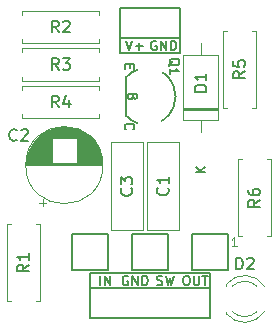
<source format=gto>
G04 #@! TF.GenerationSoftware,KiCad,Pcbnew,(5.99.0-1165-gc29c3d9cc)*
G04 #@! TF.CreationDate,2020-03-29T18:02:48+03:00*
G04 #@! TF.ProjectId,salero-1,73616c65-726f-42d3-912e-6b696361645f,rev?*
G04 #@! TF.SameCoordinates,Original*
G04 #@! TF.FileFunction,Legend,Top*
G04 #@! TF.FilePolarity,Positive*
%FSLAX46Y46*%
G04 Gerber Fmt 4.6, Leading zero omitted, Abs format (unit mm)*
G04 Created by KiCad (PCBNEW (5.99.0-1165-gc29c3d9cc)) date 2020-03-29 18:02:48*
%MOMM*%
%LPD*%
G01*
G04 APERTURE LIST*
%ADD10C,0.127000*%
%ADD11C,0.120000*%
%ADD12C,0.152400*%
%ADD13C,0.150000*%
%ADD14C,0.100000*%
%ADD15O,2.030400X2.030400*%
%ADD16O,1.700000X1.700000*%
%ADD17C,1.700000*%
%ADD18O,2.640000X2.640000*%
%ADD19C,1.900000*%
%ADD20O,2.300000X2.300000*%
G04 APERTURE END LIST*
D10*
X116840000Y-74574400D02*
X116840000Y-73304400D01*
X111760000Y-74574400D02*
X111760000Y-73304400D01*
X116840000Y-74574400D02*
X111760000Y-74574400D01*
X116840000Y-73304400D02*
X116840000Y-70764400D01*
X111760000Y-73304400D02*
X111760000Y-70764400D01*
X116840000Y-73304400D02*
X111760000Y-73304400D01*
X111760000Y-70764400D02*
X116840000Y-70764400D01*
D11*
X110000800Y-80084600D02*
X110000800Y-79754600D01*
X103460800Y-80084600D02*
X110000800Y-80084600D01*
X103460800Y-79754600D02*
X103460800Y-80084600D01*
X110000800Y-77344600D02*
X110000800Y-77674600D01*
X103460800Y-77344600D02*
X110000800Y-77344600D01*
X103460800Y-77674600D02*
X103460800Y-77344600D01*
D10*
X120904000Y-92964000D02*
X120904000Y-89916000D01*
X117856000Y-92964000D02*
X120904000Y-92964000D01*
X117856000Y-89916000D02*
X117856000Y-92964000D01*
X115824000Y-92964000D02*
X115824000Y-89916000D01*
X112776000Y-92964000D02*
X115824000Y-92964000D01*
X112776000Y-89916000D02*
X112776000Y-92964000D01*
X110744000Y-92964000D02*
X110744000Y-89916000D01*
X107696000Y-92964000D02*
X110744000Y-92964000D01*
X107696000Y-89916000D02*
X107696000Y-92964000D01*
X117856000Y-89916000D02*
X120904000Y-89916000D01*
X112776000Y-89916000D02*
X115824000Y-89916000D01*
X107696000Y-89916000D02*
X110744000Y-89916000D01*
D11*
X124509200Y-83547200D02*
X124179200Y-83547200D01*
X124509200Y-90087200D02*
X124509200Y-83547200D01*
X124179200Y-90087200D02*
X124509200Y-90087200D01*
X121769200Y-83547200D02*
X122099200Y-83547200D01*
X121769200Y-90087200D02*
X121769200Y-83547200D01*
X122099200Y-90087200D02*
X121769200Y-90087200D01*
X123239200Y-72676000D02*
X122909200Y-72676000D01*
X123239200Y-79216000D02*
X123239200Y-72676000D01*
X122909200Y-79216000D02*
X123239200Y-79216000D01*
X120499200Y-72676000D02*
X120829200Y-72676000D01*
X120499200Y-79216000D02*
X120499200Y-72676000D01*
X120829200Y-79216000D02*
X120499200Y-79216000D01*
X103460800Y-74169600D02*
X103460800Y-74499600D01*
X110000800Y-74169600D02*
X103460800Y-74169600D01*
X110000800Y-74499600D02*
X110000800Y-74169600D01*
X103460800Y-76909600D02*
X103460800Y-76579600D01*
X110000800Y-76909600D02*
X103460800Y-76909600D01*
X110000800Y-76579600D02*
X110000800Y-76909600D01*
X110000800Y-73734600D02*
X110000800Y-73404600D01*
X103460800Y-73734600D02*
X110000800Y-73734600D01*
X103460800Y-73404600D02*
X103460800Y-73734600D01*
X110000800Y-70994600D02*
X110000800Y-71324600D01*
X103460800Y-70994600D02*
X110000800Y-70994600D01*
X103460800Y-71324600D02*
X103460800Y-70994600D01*
X104951200Y-89033600D02*
X104621200Y-89033600D01*
X104951200Y-95573600D02*
X104951200Y-89033600D01*
X104621200Y-95573600D02*
X104951200Y-95573600D01*
X102211200Y-89033600D02*
X102541200Y-89033600D01*
X102211200Y-95573600D02*
X102211200Y-89033600D01*
X102541200Y-95573600D02*
X102211200Y-95573600D01*
D12*
X116255783Y-79200900D02*
G75*
G03*
X116255783Y-77262500I-2209800J969200D01*
G01*
X116255782Y-77262801D02*
G75*
G03*
X112267983Y-76600700I-2209782J-969199D01*
G01*
X112267982Y-79862701D02*
G75*
G03*
X116255783Y-79200600I1778018J1631301D01*
G01*
X112267983Y-76600700D02*
X112267983Y-79862700D01*
D10*
X109220000Y-94488000D02*
X119380000Y-94488000D01*
X119380000Y-97028000D02*
X109220000Y-97028000D01*
X109220000Y-97028000D02*
X109220000Y-94488000D01*
X119380000Y-97028000D02*
X119380000Y-94488000D01*
X119380000Y-93218000D02*
X109220000Y-93218000D01*
X109220000Y-94488000D02*
X109220000Y-93218000D01*
X119380000Y-94488000D02*
X119380000Y-93218000D01*
D11*
X123973335Y-94298392D02*
G75*
G03*
X120741000Y-94141484I-1672335J-1078608D01*
G01*
X123973335Y-96455608D02*
G75*
G02*
X120741000Y-96612516I-1672335J1078608D01*
G01*
X123342130Y-94297163D02*
G75*
G03*
X121260039Y-94297000I-1041130J-1079837D01*
G01*
X123342130Y-96456837D02*
G75*
G02*
X121260039Y-96457000I-1041130J1079837D01*
G01*
X120741000Y-94141000D02*
X120741000Y-94297000D01*
X120741000Y-96457000D02*
X120741000Y-96613000D01*
X117122600Y-80190000D02*
X120062600Y-80190000D01*
X120062600Y-80190000D02*
X120062600Y-74750000D01*
X120062600Y-74750000D02*
X117122600Y-74750000D01*
X117122600Y-74750000D02*
X117122600Y-80190000D01*
X118592600Y-81210000D02*
X118592600Y-80190000D01*
X118592600Y-73730000D02*
X118592600Y-74750000D01*
X117122600Y-79290000D02*
X120062600Y-79290000D01*
X117122600Y-79170000D02*
X120062600Y-79170000D01*
X117122600Y-79410000D02*
X120062600Y-79410000D01*
X113714200Y-82117400D02*
X113714200Y-89557400D01*
X110974200Y-82117400D02*
X110974200Y-89557400D01*
X113714200Y-82117400D02*
X110974200Y-82117400D01*
X113714200Y-89557400D02*
X110974200Y-89557400D01*
X110305600Y-84043200D02*
G75*
G03*
X110305600Y-84043200I-3270000J0D01*
G01*
X103805600Y-84043200D02*
X110265600Y-84043200D01*
X103805600Y-84003200D02*
X110265600Y-84003200D01*
X103805600Y-83963200D02*
X110265600Y-83963200D01*
X103807600Y-83923200D02*
X110263600Y-83923200D01*
X103808600Y-83883200D02*
X110262600Y-83883200D01*
X103811600Y-83843200D02*
X110259600Y-83843200D01*
X103813600Y-83803200D02*
X105995600Y-83803200D01*
X108075600Y-83803200D02*
X110257600Y-83803200D01*
X103817600Y-83763200D02*
X105995600Y-83763200D01*
X108075600Y-83763200D02*
X110253600Y-83763200D01*
X103820600Y-83723200D02*
X105995600Y-83723200D01*
X108075600Y-83723200D02*
X110250600Y-83723200D01*
X103824600Y-83683200D02*
X105995600Y-83683200D01*
X108075600Y-83683200D02*
X110246600Y-83683200D01*
X103829600Y-83643200D02*
X105995600Y-83643200D01*
X108075600Y-83643200D02*
X110241600Y-83643200D01*
X103834600Y-83603200D02*
X105995600Y-83603200D01*
X108075600Y-83603200D02*
X110236600Y-83603200D01*
X103840600Y-83563200D02*
X105995600Y-83563200D01*
X108075600Y-83563200D02*
X110230600Y-83563200D01*
X103846600Y-83523200D02*
X105995600Y-83523200D01*
X108075600Y-83523200D02*
X110224600Y-83523200D01*
X103853600Y-83483200D02*
X105995600Y-83483200D01*
X108075600Y-83483200D02*
X110217600Y-83483200D01*
X103860600Y-83443200D02*
X105995600Y-83443200D01*
X108075600Y-83443200D02*
X110210600Y-83443200D01*
X103868600Y-83403200D02*
X105995600Y-83403200D01*
X108075600Y-83403200D02*
X110202600Y-83403200D01*
X103876600Y-83363200D02*
X105995600Y-83363200D01*
X108075600Y-83363200D02*
X110194600Y-83363200D01*
X103885600Y-83322200D02*
X105995600Y-83322200D01*
X108075600Y-83322200D02*
X110185600Y-83322200D01*
X103894600Y-83282200D02*
X105995600Y-83282200D01*
X108075600Y-83282200D02*
X110176600Y-83282200D01*
X103904600Y-83242200D02*
X105995600Y-83242200D01*
X108075600Y-83242200D02*
X110166600Y-83242200D01*
X103914600Y-83202200D02*
X105995600Y-83202200D01*
X108075600Y-83202200D02*
X110156600Y-83202200D01*
X103925600Y-83162200D02*
X105995600Y-83162200D01*
X108075600Y-83162200D02*
X110145600Y-83162200D01*
X103937600Y-83122200D02*
X105995600Y-83122200D01*
X108075600Y-83122200D02*
X110133600Y-83122200D01*
X103949600Y-83082200D02*
X105995600Y-83082200D01*
X108075600Y-83082200D02*
X110121600Y-83082200D01*
X103961600Y-83042200D02*
X105995600Y-83042200D01*
X108075600Y-83042200D02*
X110109600Y-83042200D01*
X103974600Y-83002200D02*
X105995600Y-83002200D01*
X108075600Y-83002200D02*
X110096600Y-83002200D01*
X103988600Y-82962200D02*
X105995600Y-82962200D01*
X108075600Y-82962200D02*
X110082600Y-82962200D01*
X104002600Y-82922200D02*
X105995600Y-82922200D01*
X108075600Y-82922200D02*
X110068600Y-82922200D01*
X104017600Y-82882200D02*
X105995600Y-82882200D01*
X108075600Y-82882200D02*
X110053600Y-82882200D01*
X104033600Y-82842200D02*
X105995600Y-82842200D01*
X108075600Y-82842200D02*
X110037600Y-82842200D01*
X104049600Y-82802200D02*
X105995600Y-82802200D01*
X108075600Y-82802200D02*
X110021600Y-82802200D01*
X104065600Y-82762200D02*
X105995600Y-82762200D01*
X108075600Y-82762200D02*
X110005600Y-82762200D01*
X104083600Y-82722200D02*
X105995600Y-82722200D01*
X108075600Y-82722200D02*
X109987600Y-82722200D01*
X104101600Y-82682200D02*
X105995600Y-82682200D01*
X108075600Y-82682200D02*
X109969600Y-82682200D01*
X104119600Y-82642200D02*
X105995600Y-82642200D01*
X108075600Y-82642200D02*
X109951600Y-82642200D01*
X104139600Y-82602200D02*
X105995600Y-82602200D01*
X108075600Y-82602200D02*
X109931600Y-82602200D01*
X104159600Y-82562200D02*
X105995600Y-82562200D01*
X108075600Y-82562200D02*
X109911600Y-82562200D01*
X104179600Y-82522200D02*
X105995600Y-82522200D01*
X108075600Y-82522200D02*
X109891600Y-82522200D01*
X104201600Y-82482200D02*
X105995600Y-82482200D01*
X108075600Y-82482200D02*
X109869600Y-82482200D01*
X104223600Y-82442200D02*
X105995600Y-82442200D01*
X108075600Y-82442200D02*
X109847600Y-82442200D01*
X104245600Y-82402200D02*
X105995600Y-82402200D01*
X108075600Y-82402200D02*
X109825600Y-82402200D01*
X104269600Y-82362200D02*
X105995600Y-82362200D01*
X108075600Y-82362200D02*
X109801600Y-82362200D01*
X104293600Y-82322200D02*
X105995600Y-82322200D01*
X108075600Y-82322200D02*
X109777600Y-82322200D01*
X104319600Y-82282200D02*
X105995600Y-82282200D01*
X108075600Y-82282200D02*
X109751600Y-82282200D01*
X104345600Y-82242200D02*
X105995600Y-82242200D01*
X108075600Y-82242200D02*
X109725600Y-82242200D01*
X104371600Y-82202200D02*
X105995600Y-82202200D01*
X108075600Y-82202200D02*
X109699600Y-82202200D01*
X104399600Y-82162200D02*
X105995600Y-82162200D01*
X108075600Y-82162200D02*
X109671600Y-82162200D01*
X104428600Y-82122200D02*
X105995600Y-82122200D01*
X108075600Y-82122200D02*
X109642600Y-82122200D01*
X104457600Y-82082200D02*
X105995600Y-82082200D01*
X108075600Y-82082200D02*
X109613600Y-82082200D01*
X104487600Y-82042200D02*
X105995600Y-82042200D01*
X108075600Y-82042200D02*
X109583600Y-82042200D01*
X104519600Y-82002200D02*
X105995600Y-82002200D01*
X108075600Y-82002200D02*
X109551600Y-82002200D01*
X104551600Y-81962200D02*
X105995600Y-81962200D01*
X108075600Y-81962200D02*
X109519600Y-81962200D01*
X104585600Y-81922200D02*
X105995600Y-81922200D01*
X108075600Y-81922200D02*
X109485600Y-81922200D01*
X104619600Y-81882200D02*
X105995600Y-81882200D01*
X108075600Y-81882200D02*
X109451600Y-81882200D01*
X104655600Y-81842200D02*
X105995600Y-81842200D01*
X108075600Y-81842200D02*
X109415600Y-81842200D01*
X104692600Y-81802200D02*
X105995600Y-81802200D01*
X108075600Y-81802200D02*
X109378600Y-81802200D01*
X104730600Y-81762200D02*
X105995600Y-81762200D01*
X108075600Y-81762200D02*
X109340600Y-81762200D01*
X104770600Y-81722200D02*
X109300600Y-81722200D01*
X104811600Y-81682200D02*
X109259600Y-81682200D01*
X104853600Y-81642200D02*
X109217600Y-81642200D01*
X104898600Y-81602200D02*
X109172600Y-81602200D01*
X104943600Y-81562200D02*
X109127600Y-81562200D01*
X104991600Y-81522200D02*
X109079600Y-81522200D01*
X105040600Y-81482200D02*
X109030600Y-81482200D01*
X105091600Y-81442200D02*
X108979600Y-81442200D01*
X105145600Y-81402200D02*
X108925600Y-81402200D01*
X105201600Y-81362200D02*
X108869600Y-81362200D01*
X105259600Y-81322200D02*
X108811600Y-81322200D01*
X105321600Y-81282200D02*
X108749600Y-81282200D01*
X105385600Y-81242200D02*
X108685600Y-81242200D01*
X105454600Y-81202200D02*
X108616600Y-81202200D01*
X105526600Y-81162200D02*
X108544600Y-81162200D01*
X105603600Y-81122200D02*
X108467600Y-81122200D01*
X105685600Y-81082200D02*
X108385600Y-81082200D01*
X105773600Y-81042200D02*
X108297600Y-81042200D01*
X105870600Y-81002200D02*
X108200600Y-81002200D01*
X105976600Y-80962200D02*
X108094600Y-80962200D01*
X106095600Y-80922200D02*
X107975600Y-80922200D01*
X106233600Y-80882200D02*
X107837600Y-80882200D01*
X106402600Y-80842200D02*
X107668600Y-80842200D01*
X106633600Y-80802200D02*
X107437600Y-80802200D01*
X105196600Y-87543441D02*
X105196600Y-86913441D01*
X104881600Y-87228441D02*
X105511600Y-87228441D01*
X114047600Y-89561200D02*
X114047600Y-82121200D01*
X116787600Y-89561200D02*
X116787600Y-82121200D01*
X114047600Y-89561200D02*
X116787600Y-89561200D01*
X114047600Y-82121200D02*
X116787600Y-82121200D01*
D13*
X114833476Y-73539400D02*
X114757285Y-73501304D01*
X114643000Y-73501304D01*
X114528714Y-73539400D01*
X114452523Y-73615590D01*
X114414428Y-73691780D01*
X114376333Y-73844161D01*
X114376333Y-73958447D01*
X114414428Y-74110828D01*
X114452523Y-74187019D01*
X114528714Y-74263209D01*
X114643000Y-74301304D01*
X114719190Y-74301304D01*
X114833476Y-74263209D01*
X114871571Y-74225114D01*
X114871571Y-73958447D01*
X114719190Y-73958447D01*
X115214428Y-74301304D02*
X115214428Y-73501304D01*
X115671571Y-74301304D01*
X115671571Y-73501304D01*
X116052523Y-74301304D02*
X116052523Y-73501304D01*
X116243000Y-73501304D01*
X116357285Y-73539400D01*
X116433476Y-73615590D01*
X116471571Y-73691780D01*
X116509666Y-73844161D01*
X116509666Y-73958447D01*
X116471571Y-74110828D01*
X116433476Y-74187019D01*
X116357285Y-74263209D01*
X116243000Y-74301304D01*
X116052523Y-74301304D01*
X112268095Y-73501304D02*
X112534761Y-74301304D01*
X112801428Y-73501304D01*
X113068095Y-73996542D02*
X113677619Y-73996542D01*
X113372857Y-74301304D02*
X113372857Y-73691780D01*
X106564133Y-79166980D02*
X106230800Y-78690790D01*
X105992704Y-79166980D02*
X105992704Y-78166980D01*
X106373657Y-78166980D01*
X106468895Y-78214600D01*
X106516514Y-78262219D01*
X106564133Y-78357457D01*
X106564133Y-78500314D01*
X106516514Y-78595552D01*
X106468895Y-78643171D01*
X106373657Y-78690790D01*
X105992704Y-78690790D01*
X107421276Y-78500314D02*
X107421276Y-79166980D01*
X107183180Y-78119361D02*
X106945085Y-78833647D01*
X107564133Y-78833647D01*
D14*
X121632617Y-90900310D02*
X121191382Y-90900310D01*
X121412000Y-90900310D02*
X121412000Y-90128150D01*
X121338460Y-90238459D01*
X121264921Y-90311998D01*
X121191382Y-90348767D01*
D13*
X123591580Y-86983866D02*
X123115390Y-87317200D01*
X123591580Y-87555295D02*
X122591580Y-87555295D01*
X122591580Y-87174342D01*
X122639200Y-87079104D01*
X122686819Y-87031485D01*
X122782057Y-86983866D01*
X122924914Y-86983866D01*
X123020152Y-87031485D01*
X123067771Y-87079104D01*
X123115390Y-87174342D01*
X123115390Y-87555295D01*
X122591580Y-86126723D02*
X122591580Y-86317200D01*
X122639200Y-86412438D01*
X122686819Y-86460057D01*
X122829676Y-86555295D01*
X123020152Y-86602914D01*
X123401104Y-86602914D01*
X123496342Y-86555295D01*
X123543961Y-86507676D01*
X123591580Y-86412438D01*
X123591580Y-86221961D01*
X123543961Y-86126723D01*
X123496342Y-86079104D01*
X123401104Y-86031485D01*
X123163009Y-86031485D01*
X123067771Y-86079104D01*
X123020152Y-86126723D01*
X122972533Y-86221961D01*
X122972533Y-86412438D01*
X123020152Y-86507676D01*
X123067771Y-86555295D01*
X123163009Y-86602914D01*
X122321580Y-76112666D02*
X121845390Y-76446000D01*
X122321580Y-76684095D02*
X121321580Y-76684095D01*
X121321580Y-76303142D01*
X121369200Y-76207904D01*
X121416819Y-76160285D01*
X121512057Y-76112666D01*
X121654914Y-76112666D01*
X121750152Y-76160285D01*
X121797771Y-76207904D01*
X121845390Y-76303142D01*
X121845390Y-76684095D01*
X121321580Y-75207904D02*
X121321580Y-75684095D01*
X121797771Y-75731714D01*
X121750152Y-75684095D01*
X121702533Y-75588857D01*
X121702533Y-75350761D01*
X121750152Y-75255523D01*
X121797771Y-75207904D01*
X121893009Y-75160285D01*
X122131104Y-75160285D01*
X122226342Y-75207904D01*
X122273961Y-75255523D01*
X122321580Y-75350761D01*
X122321580Y-75588857D01*
X122273961Y-75684095D01*
X122226342Y-75731714D01*
X106564133Y-75991980D02*
X106230800Y-75515790D01*
X105992704Y-75991980D02*
X105992704Y-74991980D01*
X106373657Y-74991980D01*
X106468895Y-75039600D01*
X106516514Y-75087219D01*
X106564133Y-75182457D01*
X106564133Y-75325314D01*
X106516514Y-75420552D01*
X106468895Y-75468171D01*
X106373657Y-75515790D01*
X105992704Y-75515790D01*
X106897466Y-74991980D02*
X107516514Y-74991980D01*
X107183180Y-75372933D01*
X107326038Y-75372933D01*
X107421276Y-75420552D01*
X107468895Y-75468171D01*
X107516514Y-75563409D01*
X107516514Y-75801504D01*
X107468895Y-75896742D01*
X107421276Y-75944361D01*
X107326038Y-75991980D01*
X107040323Y-75991980D01*
X106945085Y-75944361D01*
X106897466Y-75896742D01*
X106564133Y-72816980D02*
X106230800Y-72340790D01*
X105992704Y-72816980D02*
X105992704Y-71816980D01*
X106373657Y-71816980D01*
X106468895Y-71864600D01*
X106516514Y-71912219D01*
X106564133Y-72007457D01*
X106564133Y-72150314D01*
X106516514Y-72245552D01*
X106468895Y-72293171D01*
X106373657Y-72340790D01*
X105992704Y-72340790D01*
X106945085Y-71912219D02*
X106992704Y-71864600D01*
X107087942Y-71816980D01*
X107326038Y-71816980D01*
X107421276Y-71864600D01*
X107468895Y-71912219D01*
X107516514Y-72007457D01*
X107516514Y-72102695D01*
X107468895Y-72245552D01*
X106897466Y-72816980D01*
X107516514Y-72816980D01*
X104033580Y-92470266D02*
X103557390Y-92803600D01*
X104033580Y-93041695D02*
X103033580Y-93041695D01*
X103033580Y-92660742D01*
X103081200Y-92565504D01*
X103128819Y-92517885D01*
X103224057Y-92470266D01*
X103366914Y-92470266D01*
X103462152Y-92517885D01*
X103509771Y-92565504D01*
X103557390Y-92660742D01*
X103557390Y-93041695D01*
X104033580Y-91517885D02*
X104033580Y-92089314D01*
X104033580Y-91803600D02*
X103033580Y-91803600D01*
X103176438Y-91898838D01*
X103271676Y-91994076D01*
X103319295Y-92089314D01*
X115874904Y-75624309D02*
X115913000Y-75548119D01*
X115989190Y-75471928D01*
X116103476Y-75357642D01*
X116141571Y-75281452D01*
X116141571Y-75205261D01*
X115951095Y-75243357D02*
X115989190Y-75167166D01*
X116065380Y-75090976D01*
X116217761Y-75052880D01*
X116484428Y-75052880D01*
X116636809Y-75090976D01*
X116713000Y-75167166D01*
X116751095Y-75243357D01*
X116751095Y-75395738D01*
X116713000Y-75471928D01*
X116636809Y-75548119D01*
X116484428Y-75586214D01*
X116217761Y-75586214D01*
X116065380Y-75548119D01*
X115989190Y-75471928D01*
X115951095Y-75395738D01*
X115951095Y-75243357D01*
X115951095Y-76348119D02*
X115951095Y-75890976D01*
X115951095Y-76119547D02*
X116751095Y-76119547D01*
X116636809Y-76043357D01*
X116560619Y-75967166D01*
X116522523Y-75890976D01*
X112579142Y-75520571D02*
X112579142Y-75787238D01*
X112160095Y-75901523D02*
X112160095Y-75520571D01*
X112960095Y-75520571D01*
X112960095Y-75901523D01*
X112236285Y-81019619D02*
X112198190Y-80981523D01*
X112160095Y-80867238D01*
X112160095Y-80791047D01*
X112198190Y-80676761D01*
X112274380Y-80600571D01*
X112350571Y-80562476D01*
X112502952Y-80524380D01*
X112617238Y-80524380D01*
X112769619Y-80562476D01*
X112845809Y-80600571D01*
X112922000Y-80676761D01*
X112960095Y-80791047D01*
X112960095Y-80867238D01*
X112922000Y-80981523D01*
X112883904Y-81019619D01*
X112833142Y-78289142D02*
X112795047Y-78403428D01*
X112756952Y-78441523D01*
X112680761Y-78479619D01*
X112566476Y-78479619D01*
X112490285Y-78441523D01*
X112452190Y-78403428D01*
X112414095Y-78327238D01*
X112414095Y-78022476D01*
X113214095Y-78022476D01*
X113214095Y-78289142D01*
X113176000Y-78365333D01*
X113137904Y-78403428D01*
X113061714Y-78441523D01*
X112985523Y-78441523D01*
X112909333Y-78403428D01*
X112871238Y-78365333D01*
X112833142Y-78289142D01*
X112833142Y-78022476D01*
X110070952Y-94214904D02*
X110070952Y-93414904D01*
X110451904Y-94214904D02*
X110451904Y-93414904D01*
X110909047Y-94214904D01*
X110909047Y-93414904D01*
X112420476Y-93453000D02*
X112344285Y-93414904D01*
X112230000Y-93414904D01*
X112115714Y-93453000D01*
X112039523Y-93529190D01*
X112001428Y-93605380D01*
X111963333Y-93757761D01*
X111963333Y-93872047D01*
X112001428Y-94024428D01*
X112039523Y-94100619D01*
X112115714Y-94176809D01*
X112230000Y-94214904D01*
X112306190Y-94214904D01*
X112420476Y-94176809D01*
X112458571Y-94138714D01*
X112458571Y-93872047D01*
X112306190Y-93872047D01*
X112801428Y-94214904D02*
X112801428Y-93414904D01*
X113258571Y-94214904D01*
X113258571Y-93414904D01*
X113639523Y-94214904D02*
X113639523Y-93414904D01*
X113830000Y-93414904D01*
X113944285Y-93453000D01*
X114020476Y-93529190D01*
X114058571Y-93605380D01*
X114096666Y-93757761D01*
X114096666Y-93872047D01*
X114058571Y-94024428D01*
X114020476Y-94100619D01*
X113944285Y-94176809D01*
X113830000Y-94214904D01*
X113639523Y-94214904D01*
X114884285Y-94176809D02*
X114998571Y-94214904D01*
X115189047Y-94214904D01*
X115265238Y-94176809D01*
X115303333Y-94138714D01*
X115341428Y-94062523D01*
X115341428Y-93986333D01*
X115303333Y-93910142D01*
X115265238Y-93872047D01*
X115189047Y-93833952D01*
X115036666Y-93795857D01*
X114960476Y-93757761D01*
X114922380Y-93719666D01*
X114884285Y-93643476D01*
X114884285Y-93567285D01*
X114922380Y-93491095D01*
X114960476Y-93453000D01*
X115036666Y-93414904D01*
X115227142Y-93414904D01*
X115341428Y-93453000D01*
X115608095Y-93414904D02*
X115798571Y-94214904D01*
X115950952Y-93643476D01*
X116103333Y-94214904D01*
X116293809Y-93414904D01*
X117310000Y-93414904D02*
X117462380Y-93414904D01*
X117538571Y-93453000D01*
X117614761Y-93529190D01*
X117652857Y-93681571D01*
X117652857Y-93948238D01*
X117614761Y-94100619D01*
X117538571Y-94176809D01*
X117462380Y-94214904D01*
X117310000Y-94214904D01*
X117233809Y-94176809D01*
X117157619Y-94100619D01*
X117119523Y-93948238D01*
X117119523Y-93681571D01*
X117157619Y-93529190D01*
X117233809Y-93453000D01*
X117310000Y-93414904D01*
X117995714Y-93414904D02*
X117995714Y-94062523D01*
X118033809Y-94138714D01*
X118071904Y-94176809D01*
X118148095Y-94214904D01*
X118300476Y-94214904D01*
X118376666Y-94176809D01*
X118414761Y-94138714D01*
X118452857Y-94062523D01*
X118452857Y-93414904D01*
X118719523Y-93414904D02*
X119176666Y-93414904D01*
X118948095Y-94214904D02*
X118948095Y-93414904D01*
X121562904Y-92869380D02*
X121562904Y-91869380D01*
X121801000Y-91869380D01*
X121943857Y-91917000D01*
X122039095Y-92012238D01*
X122086714Y-92107476D01*
X122134333Y-92297952D01*
X122134333Y-92440809D01*
X122086714Y-92631285D01*
X122039095Y-92726523D01*
X121943857Y-92821761D01*
X121801000Y-92869380D01*
X121562904Y-92869380D01*
X122515285Y-91964619D02*
X122562904Y-91917000D01*
X122658142Y-91869380D01*
X122896238Y-91869380D01*
X122991476Y-91917000D01*
X123039095Y-91964619D01*
X123086714Y-92059857D01*
X123086714Y-92155095D01*
X123039095Y-92297952D01*
X122467666Y-92869380D01*
X123086714Y-92869380D01*
X119070380Y-77827095D02*
X118070380Y-77827095D01*
X118070380Y-77589000D01*
X118118000Y-77446142D01*
X118213238Y-77350904D01*
X118308476Y-77303285D01*
X118498952Y-77255666D01*
X118641809Y-77255666D01*
X118832285Y-77303285D01*
X118927523Y-77350904D01*
X119022761Y-77446142D01*
X119070380Y-77589000D01*
X119070380Y-77827095D01*
X119070380Y-76303285D02*
X119070380Y-76874714D01*
X119070380Y-76589000D02*
X118070380Y-76589000D01*
X118213238Y-76684238D01*
X118308476Y-76779476D01*
X118356095Y-76874714D01*
X118954504Y-84664523D02*
X118154504Y-84664523D01*
X118954504Y-84207380D02*
X118497361Y-84550238D01*
X118154504Y-84207380D02*
X118611647Y-84664523D01*
X112701342Y-86004066D02*
X112748961Y-86051685D01*
X112796580Y-86194542D01*
X112796580Y-86289780D01*
X112748961Y-86432638D01*
X112653723Y-86527876D01*
X112558485Y-86575495D01*
X112368009Y-86623114D01*
X112225152Y-86623114D01*
X112034676Y-86575495D01*
X111939438Y-86527876D01*
X111844200Y-86432638D01*
X111796580Y-86289780D01*
X111796580Y-86194542D01*
X111844200Y-86051685D01*
X111891819Y-86004066D01*
X111796580Y-85670733D02*
X111796580Y-85051685D01*
X112177533Y-85385019D01*
X112177533Y-85242161D01*
X112225152Y-85146923D01*
X112272771Y-85099304D01*
X112368009Y-85051685D01*
X112606104Y-85051685D01*
X112701342Y-85099304D01*
X112748961Y-85146923D01*
X112796580Y-85242161D01*
X112796580Y-85527876D01*
X112748961Y-85623114D01*
X112701342Y-85670733D01*
X102995433Y-81903842D02*
X102947814Y-81951461D01*
X102804957Y-81999080D01*
X102709719Y-81999080D01*
X102566861Y-81951461D01*
X102471623Y-81856223D01*
X102424004Y-81760985D01*
X102376385Y-81570509D01*
X102376385Y-81427652D01*
X102424004Y-81237176D01*
X102471623Y-81141938D01*
X102566861Y-81046700D01*
X102709719Y-80999080D01*
X102804957Y-80999080D01*
X102947814Y-81046700D01*
X102995433Y-81094319D01*
X103376385Y-81094319D02*
X103424004Y-81046700D01*
X103519242Y-80999080D01*
X103757338Y-80999080D01*
X103852576Y-81046700D01*
X103900195Y-81094319D01*
X103947814Y-81189557D01*
X103947814Y-81284795D01*
X103900195Y-81427652D01*
X103328766Y-81999080D01*
X103947814Y-81999080D01*
X115774742Y-85967866D02*
X115822361Y-86015485D01*
X115869980Y-86158342D01*
X115869980Y-86253580D01*
X115822361Y-86396438D01*
X115727123Y-86491676D01*
X115631885Y-86539295D01*
X115441409Y-86586914D01*
X115298552Y-86586914D01*
X115108076Y-86539295D01*
X115012838Y-86491676D01*
X114917600Y-86396438D01*
X114869980Y-86253580D01*
X114869980Y-86158342D01*
X114917600Y-86015485D01*
X114965219Y-85967866D01*
X115869980Y-85015485D02*
X115869980Y-85586914D01*
X115869980Y-85301200D02*
X114869980Y-85301200D01*
X115012838Y-85396438D01*
X115108076Y-85491676D01*
X115155695Y-85586914D01*
%LPC*%
D15*
X115570000Y-72034400D03*
G36*
G01*
X112014800Y-72999600D02*
X112014800Y-71069200D01*
G75*
G02*
X112064800Y-71019200I50000J0D01*
G01*
X113995200Y-71019200D01*
G75*
G02*
X114045200Y-71069200I0J-50000D01*
G01*
X114045200Y-72999600D01*
G75*
G02*
X113995200Y-73049600I-50000J0D01*
G01*
X112064800Y-73049600D01*
G75*
G02*
X112014800Y-72999600I0J50000D01*
G01*
G37*
D16*
X110540800Y-78714600D03*
D17*
X102920800Y-78714600D03*
D18*
X109220000Y-91440000D03*
X114300000Y-91440000D03*
G36*
G01*
X120700000Y-90170000D02*
X120700000Y-92710000D01*
G75*
G02*
X120650000Y-92760000I-50000J0D01*
G01*
X118110000Y-92760000D01*
G75*
G02*
X118060000Y-92710000I0J50000D01*
G01*
X118060000Y-90170000D01*
G75*
G02*
X118110000Y-90120000I50000J0D01*
G01*
X120650000Y-90120000D01*
G75*
G02*
X120700000Y-90170000I0J-50000D01*
G01*
G37*
D16*
X123139200Y-83007200D03*
D17*
X123139200Y-90627200D03*
D16*
X121869200Y-72136000D03*
D17*
X121869200Y-79756000D03*
D16*
X102920800Y-75539600D03*
D17*
X110540800Y-75539600D03*
D16*
X110540800Y-72364600D03*
D17*
X102920800Y-72364600D03*
D16*
X103581200Y-88493600D03*
D17*
X103581200Y-96113600D03*
D15*
X114300000Y-80772000D03*
X114300000Y-78232000D03*
G36*
G01*
X115265200Y-76707200D02*
X113334800Y-76707200D01*
G75*
G02*
X113284800Y-76657200I0J50000D01*
G01*
X113284800Y-74726800D01*
G75*
G02*
X113334800Y-74676800I50000J0D01*
G01*
X115265200Y-74676800D01*
G75*
G02*
X115315200Y-74726800I0J-50000D01*
G01*
X115315200Y-76657200D01*
G75*
G02*
X115265200Y-76707200I-50000J0D01*
G01*
G37*
X118110000Y-95758000D03*
X115570000Y-95758000D03*
X113030000Y-95758000D03*
G36*
G01*
X109474800Y-96723200D02*
X109474800Y-94792800D01*
G75*
G02*
X109524800Y-94742800I50000J0D01*
G01*
X111455200Y-94742800D01*
G75*
G02*
X111505200Y-94792800I0J-50000D01*
G01*
X111505200Y-96723200D01*
G75*
G02*
X111455200Y-96773200I-50000J0D01*
G01*
X109524800Y-96773200D01*
G75*
G02*
X109474800Y-96723200I0J50000D01*
G01*
G37*
D19*
X123571000Y-95377000D03*
G36*
G01*
X120081000Y-96277000D02*
X120081000Y-94477000D01*
G75*
G02*
X120131000Y-94427000I50000J0D01*
G01*
X121931000Y-94427000D01*
G75*
G02*
X121981000Y-94477000I0J-50000D01*
G01*
X121981000Y-96277000D01*
G75*
G02*
X121931000Y-96327000I-50000J0D01*
G01*
X120131000Y-96327000D01*
G75*
G02*
X120081000Y-96277000I0J50000D01*
G01*
G37*
D20*
X118592600Y-72390000D03*
G36*
G01*
X119692600Y-83700000D02*
X117492600Y-83700000D01*
G75*
G02*
X117442600Y-83650000I0J50000D01*
G01*
X117442600Y-81450000D01*
G75*
G02*
X117492600Y-81400000I50000J0D01*
G01*
X119692600Y-81400000D01*
G75*
G02*
X119742600Y-81450000I0J-50000D01*
G01*
X119742600Y-83650000D01*
G75*
G02*
X119692600Y-83700000I-50000J0D01*
G01*
G37*
D17*
X112344200Y-88337400D03*
X112344200Y-83337400D03*
X107035600Y-82793200D03*
G36*
G01*
X107835600Y-86143200D02*
X106235600Y-86143200D01*
G75*
G02*
X106185600Y-86093200I0J50000D01*
G01*
X106185600Y-84493200D01*
G75*
G02*
X106235600Y-84443200I50000J0D01*
G01*
X107835600Y-84443200D01*
G75*
G02*
X107885600Y-84493200I0J-50000D01*
G01*
X107885600Y-86093200D01*
G75*
G02*
X107835600Y-86143200I-50000J0D01*
G01*
G37*
X115417600Y-83341200D03*
X115417600Y-88341200D03*
M02*

</source>
